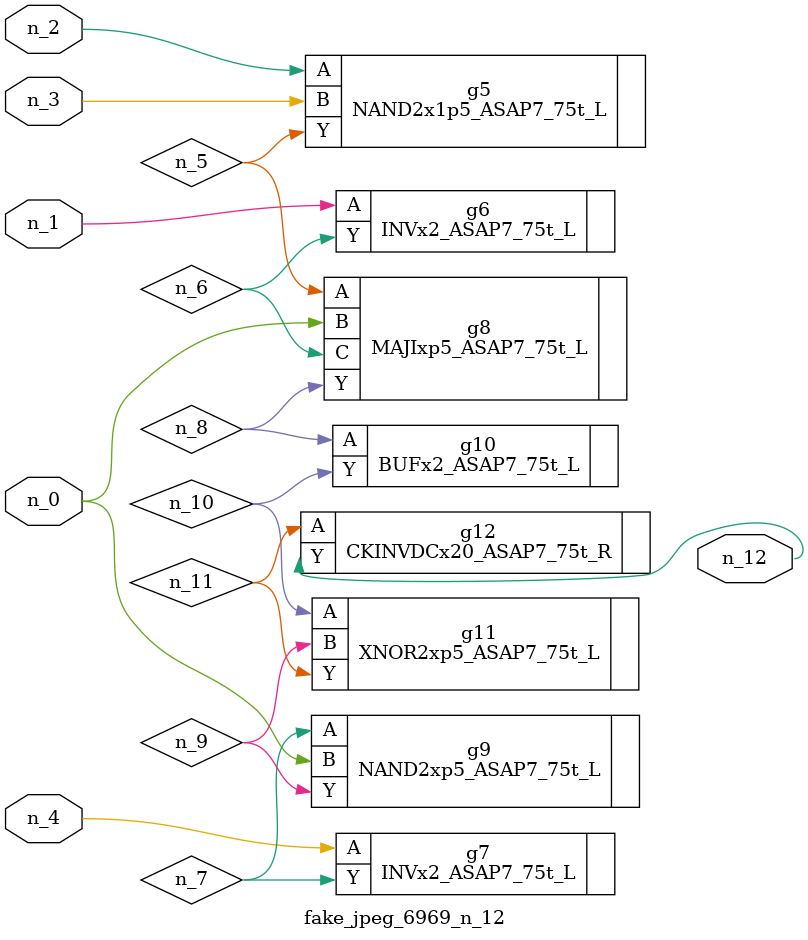
<source format=v>
module fake_jpeg_6969_n_12 (n_3, n_2, n_1, n_0, n_4, n_12);

input n_3;
input n_2;
input n_1;
input n_0;
input n_4;

output n_12;

wire n_11;
wire n_10;
wire n_8;
wire n_9;
wire n_6;
wire n_5;
wire n_7;

NAND2x1p5_ASAP7_75t_L g5 ( 
.A(n_2),
.B(n_3),
.Y(n_5)
);

INVx2_ASAP7_75t_L g6 ( 
.A(n_1),
.Y(n_6)
);

INVx2_ASAP7_75t_L g7 ( 
.A(n_4),
.Y(n_7)
);

MAJIxp5_ASAP7_75t_L g8 ( 
.A(n_5),
.B(n_0),
.C(n_6),
.Y(n_8)
);

BUFx2_ASAP7_75t_L g10 ( 
.A(n_8),
.Y(n_10)
);

NAND2xp5_ASAP7_75t_L g9 ( 
.A(n_7),
.B(n_0),
.Y(n_9)
);

XNOR2xp5_ASAP7_75t_L g11 ( 
.A(n_10),
.B(n_9),
.Y(n_11)
);

CKINVDCx20_ASAP7_75t_R g12 ( 
.A(n_11),
.Y(n_12)
);


endmodule
</source>
